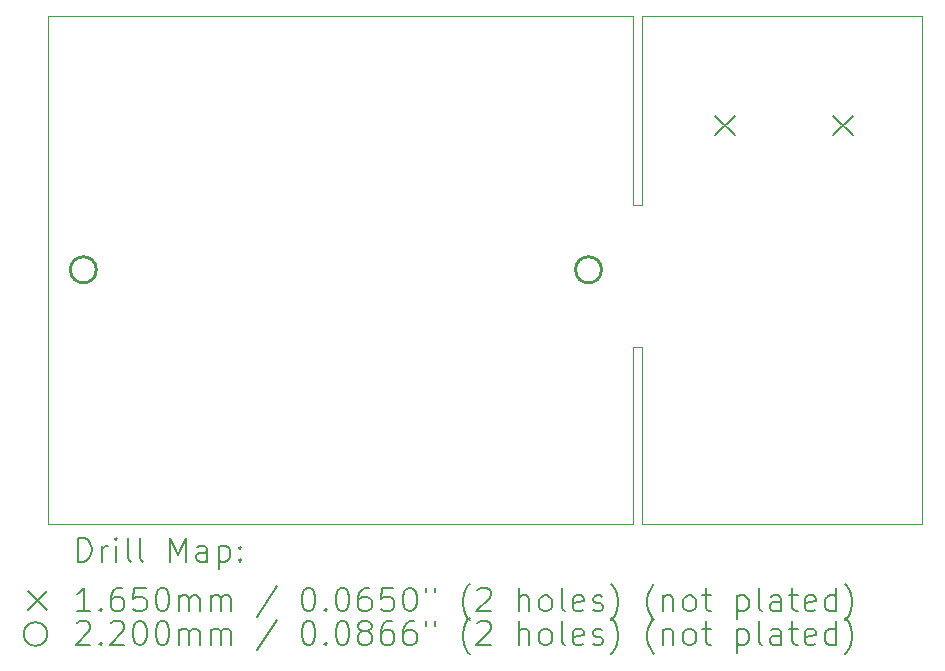
<source format=gbr>
%TF.GenerationSoftware,KiCad,Pcbnew,7.0.8-7.0.8~ubuntu22.04.1*%
%TF.CreationDate,2023-10-25T08:52:26+02:00*%
%TF.ProjectId,extension-cable,65787465-6e73-4696-9f6e-2d6361626c65,rev?*%
%TF.SameCoordinates,Original*%
%TF.FileFunction,Drillmap*%
%TF.FilePolarity,Positive*%
%FSLAX45Y45*%
G04 Gerber Fmt 4.5, Leading zero omitted, Abs format (unit mm)*
G04 Created by KiCad (PCBNEW 7.0.8-7.0.8~ubuntu22.04.1) date 2023-10-25 08:52:26*
%MOMM*%
%LPD*%
G01*
G04 APERTURE LIST*
%ADD10C,0.100000*%
%ADD11C,0.200000*%
%ADD12C,0.165000*%
%ADD13C,0.220000*%
G04 APERTURE END LIST*
D10*
X14400000Y-10100000D02*
X12030000Y-10100000D01*
X12030000Y-5800000D02*
X12030000Y-7400000D01*
X11950000Y-10100000D02*
X7000000Y-10100000D01*
X12030000Y-8600000D02*
X12030000Y-10100000D01*
X11950000Y-8600000D02*
X11950000Y-10100000D01*
X14400000Y-10100000D02*
X14400000Y-5800000D01*
X11950000Y-7400000D02*
X12030000Y-7400000D01*
X11950000Y-8600000D02*
X12030000Y-8600000D01*
X11950000Y-5800000D02*
X11950000Y-7400000D01*
X12030000Y-5800000D02*
X14400000Y-5800000D01*
X7000000Y-10100000D02*
X7000000Y-5800000D01*
X7000000Y-5800000D02*
X11950000Y-5800000D01*
D11*
D12*
X12648500Y-6640000D02*
X12813500Y-6805000D01*
X12813500Y-6640000D02*
X12648500Y-6805000D01*
X13648500Y-6640000D02*
X13813500Y-6805000D01*
X13813500Y-6640000D02*
X13648500Y-6805000D01*
D13*
X7410000Y-7946000D02*
G75*
G03*
X7410000Y-7946000I-110000J0D01*
G01*
X11687000Y-7946000D02*
G75*
G03*
X11687000Y-7946000I-110000J0D01*
G01*
D11*
X7255777Y-10416484D02*
X7255777Y-10216484D01*
X7255777Y-10216484D02*
X7303396Y-10216484D01*
X7303396Y-10216484D02*
X7331967Y-10226008D01*
X7331967Y-10226008D02*
X7351015Y-10245055D01*
X7351015Y-10245055D02*
X7360539Y-10264103D01*
X7360539Y-10264103D02*
X7370062Y-10302198D01*
X7370062Y-10302198D02*
X7370062Y-10330770D01*
X7370062Y-10330770D02*
X7360539Y-10368865D01*
X7360539Y-10368865D02*
X7351015Y-10387912D01*
X7351015Y-10387912D02*
X7331967Y-10406960D01*
X7331967Y-10406960D02*
X7303396Y-10416484D01*
X7303396Y-10416484D02*
X7255777Y-10416484D01*
X7455777Y-10416484D02*
X7455777Y-10283150D01*
X7455777Y-10321246D02*
X7465301Y-10302198D01*
X7465301Y-10302198D02*
X7474824Y-10292674D01*
X7474824Y-10292674D02*
X7493872Y-10283150D01*
X7493872Y-10283150D02*
X7512920Y-10283150D01*
X7579586Y-10416484D02*
X7579586Y-10283150D01*
X7579586Y-10216484D02*
X7570062Y-10226008D01*
X7570062Y-10226008D02*
X7579586Y-10235531D01*
X7579586Y-10235531D02*
X7589110Y-10226008D01*
X7589110Y-10226008D02*
X7579586Y-10216484D01*
X7579586Y-10216484D02*
X7579586Y-10235531D01*
X7703396Y-10416484D02*
X7684348Y-10406960D01*
X7684348Y-10406960D02*
X7674824Y-10387912D01*
X7674824Y-10387912D02*
X7674824Y-10216484D01*
X7808158Y-10416484D02*
X7789110Y-10406960D01*
X7789110Y-10406960D02*
X7779586Y-10387912D01*
X7779586Y-10387912D02*
X7779586Y-10216484D01*
X8036729Y-10416484D02*
X8036729Y-10216484D01*
X8036729Y-10216484D02*
X8103396Y-10359341D01*
X8103396Y-10359341D02*
X8170062Y-10216484D01*
X8170062Y-10216484D02*
X8170062Y-10416484D01*
X8351015Y-10416484D02*
X8351015Y-10311722D01*
X8351015Y-10311722D02*
X8341491Y-10292674D01*
X8341491Y-10292674D02*
X8322443Y-10283150D01*
X8322443Y-10283150D02*
X8284348Y-10283150D01*
X8284348Y-10283150D02*
X8265301Y-10292674D01*
X8351015Y-10406960D02*
X8331967Y-10416484D01*
X8331967Y-10416484D02*
X8284348Y-10416484D01*
X8284348Y-10416484D02*
X8265301Y-10406960D01*
X8265301Y-10406960D02*
X8255777Y-10387912D01*
X8255777Y-10387912D02*
X8255777Y-10368865D01*
X8255777Y-10368865D02*
X8265301Y-10349817D01*
X8265301Y-10349817D02*
X8284348Y-10340293D01*
X8284348Y-10340293D02*
X8331967Y-10340293D01*
X8331967Y-10340293D02*
X8351015Y-10330770D01*
X8446253Y-10283150D02*
X8446253Y-10483150D01*
X8446253Y-10292674D02*
X8465301Y-10283150D01*
X8465301Y-10283150D02*
X8503396Y-10283150D01*
X8503396Y-10283150D02*
X8522444Y-10292674D01*
X8522444Y-10292674D02*
X8531967Y-10302198D01*
X8531967Y-10302198D02*
X8541491Y-10321246D01*
X8541491Y-10321246D02*
X8541491Y-10378389D01*
X8541491Y-10378389D02*
X8531967Y-10397436D01*
X8531967Y-10397436D02*
X8522444Y-10406960D01*
X8522444Y-10406960D02*
X8503396Y-10416484D01*
X8503396Y-10416484D02*
X8465301Y-10416484D01*
X8465301Y-10416484D02*
X8446253Y-10406960D01*
X8627205Y-10397436D02*
X8636729Y-10406960D01*
X8636729Y-10406960D02*
X8627205Y-10416484D01*
X8627205Y-10416484D02*
X8617682Y-10406960D01*
X8617682Y-10406960D02*
X8627205Y-10397436D01*
X8627205Y-10397436D02*
X8627205Y-10416484D01*
X8627205Y-10292674D02*
X8636729Y-10302198D01*
X8636729Y-10302198D02*
X8627205Y-10311722D01*
X8627205Y-10311722D02*
X8617682Y-10302198D01*
X8617682Y-10302198D02*
X8627205Y-10292674D01*
X8627205Y-10292674D02*
X8627205Y-10311722D01*
D12*
X6830000Y-10662500D02*
X6995000Y-10827500D01*
X6995000Y-10662500D02*
X6830000Y-10827500D01*
D11*
X7360539Y-10836484D02*
X7246253Y-10836484D01*
X7303396Y-10836484D02*
X7303396Y-10636484D01*
X7303396Y-10636484D02*
X7284348Y-10665055D01*
X7284348Y-10665055D02*
X7265301Y-10684103D01*
X7265301Y-10684103D02*
X7246253Y-10693627D01*
X7446253Y-10817436D02*
X7455777Y-10826960D01*
X7455777Y-10826960D02*
X7446253Y-10836484D01*
X7446253Y-10836484D02*
X7436729Y-10826960D01*
X7436729Y-10826960D02*
X7446253Y-10817436D01*
X7446253Y-10817436D02*
X7446253Y-10836484D01*
X7627205Y-10636484D02*
X7589110Y-10636484D01*
X7589110Y-10636484D02*
X7570062Y-10646008D01*
X7570062Y-10646008D02*
X7560539Y-10655531D01*
X7560539Y-10655531D02*
X7541491Y-10684103D01*
X7541491Y-10684103D02*
X7531967Y-10722198D01*
X7531967Y-10722198D02*
X7531967Y-10798389D01*
X7531967Y-10798389D02*
X7541491Y-10817436D01*
X7541491Y-10817436D02*
X7551015Y-10826960D01*
X7551015Y-10826960D02*
X7570062Y-10836484D01*
X7570062Y-10836484D02*
X7608158Y-10836484D01*
X7608158Y-10836484D02*
X7627205Y-10826960D01*
X7627205Y-10826960D02*
X7636729Y-10817436D01*
X7636729Y-10817436D02*
X7646253Y-10798389D01*
X7646253Y-10798389D02*
X7646253Y-10750770D01*
X7646253Y-10750770D02*
X7636729Y-10731722D01*
X7636729Y-10731722D02*
X7627205Y-10722198D01*
X7627205Y-10722198D02*
X7608158Y-10712674D01*
X7608158Y-10712674D02*
X7570062Y-10712674D01*
X7570062Y-10712674D02*
X7551015Y-10722198D01*
X7551015Y-10722198D02*
X7541491Y-10731722D01*
X7541491Y-10731722D02*
X7531967Y-10750770D01*
X7827205Y-10636484D02*
X7731967Y-10636484D01*
X7731967Y-10636484D02*
X7722443Y-10731722D01*
X7722443Y-10731722D02*
X7731967Y-10722198D01*
X7731967Y-10722198D02*
X7751015Y-10712674D01*
X7751015Y-10712674D02*
X7798634Y-10712674D01*
X7798634Y-10712674D02*
X7817682Y-10722198D01*
X7817682Y-10722198D02*
X7827205Y-10731722D01*
X7827205Y-10731722D02*
X7836729Y-10750770D01*
X7836729Y-10750770D02*
X7836729Y-10798389D01*
X7836729Y-10798389D02*
X7827205Y-10817436D01*
X7827205Y-10817436D02*
X7817682Y-10826960D01*
X7817682Y-10826960D02*
X7798634Y-10836484D01*
X7798634Y-10836484D02*
X7751015Y-10836484D01*
X7751015Y-10836484D02*
X7731967Y-10826960D01*
X7731967Y-10826960D02*
X7722443Y-10817436D01*
X7960539Y-10636484D02*
X7979586Y-10636484D01*
X7979586Y-10636484D02*
X7998634Y-10646008D01*
X7998634Y-10646008D02*
X8008158Y-10655531D01*
X8008158Y-10655531D02*
X8017682Y-10674579D01*
X8017682Y-10674579D02*
X8027205Y-10712674D01*
X8027205Y-10712674D02*
X8027205Y-10760293D01*
X8027205Y-10760293D02*
X8017682Y-10798389D01*
X8017682Y-10798389D02*
X8008158Y-10817436D01*
X8008158Y-10817436D02*
X7998634Y-10826960D01*
X7998634Y-10826960D02*
X7979586Y-10836484D01*
X7979586Y-10836484D02*
X7960539Y-10836484D01*
X7960539Y-10836484D02*
X7941491Y-10826960D01*
X7941491Y-10826960D02*
X7931967Y-10817436D01*
X7931967Y-10817436D02*
X7922443Y-10798389D01*
X7922443Y-10798389D02*
X7912920Y-10760293D01*
X7912920Y-10760293D02*
X7912920Y-10712674D01*
X7912920Y-10712674D02*
X7922443Y-10674579D01*
X7922443Y-10674579D02*
X7931967Y-10655531D01*
X7931967Y-10655531D02*
X7941491Y-10646008D01*
X7941491Y-10646008D02*
X7960539Y-10636484D01*
X8112920Y-10836484D02*
X8112920Y-10703150D01*
X8112920Y-10722198D02*
X8122443Y-10712674D01*
X8122443Y-10712674D02*
X8141491Y-10703150D01*
X8141491Y-10703150D02*
X8170063Y-10703150D01*
X8170063Y-10703150D02*
X8189110Y-10712674D01*
X8189110Y-10712674D02*
X8198634Y-10731722D01*
X8198634Y-10731722D02*
X8198634Y-10836484D01*
X8198634Y-10731722D02*
X8208158Y-10712674D01*
X8208158Y-10712674D02*
X8227205Y-10703150D01*
X8227205Y-10703150D02*
X8255777Y-10703150D01*
X8255777Y-10703150D02*
X8274824Y-10712674D01*
X8274824Y-10712674D02*
X8284348Y-10731722D01*
X8284348Y-10731722D02*
X8284348Y-10836484D01*
X8379586Y-10836484D02*
X8379586Y-10703150D01*
X8379586Y-10722198D02*
X8389110Y-10712674D01*
X8389110Y-10712674D02*
X8408158Y-10703150D01*
X8408158Y-10703150D02*
X8436729Y-10703150D01*
X8436729Y-10703150D02*
X8455777Y-10712674D01*
X8455777Y-10712674D02*
X8465301Y-10731722D01*
X8465301Y-10731722D02*
X8465301Y-10836484D01*
X8465301Y-10731722D02*
X8474825Y-10712674D01*
X8474825Y-10712674D02*
X8493872Y-10703150D01*
X8493872Y-10703150D02*
X8522444Y-10703150D01*
X8522444Y-10703150D02*
X8541491Y-10712674D01*
X8541491Y-10712674D02*
X8551015Y-10731722D01*
X8551015Y-10731722D02*
X8551015Y-10836484D01*
X8941491Y-10626960D02*
X8770063Y-10884103D01*
X9198634Y-10636484D02*
X9217682Y-10636484D01*
X9217682Y-10636484D02*
X9236729Y-10646008D01*
X9236729Y-10646008D02*
X9246253Y-10655531D01*
X9246253Y-10655531D02*
X9255777Y-10674579D01*
X9255777Y-10674579D02*
X9265301Y-10712674D01*
X9265301Y-10712674D02*
X9265301Y-10760293D01*
X9265301Y-10760293D02*
X9255777Y-10798389D01*
X9255777Y-10798389D02*
X9246253Y-10817436D01*
X9246253Y-10817436D02*
X9236729Y-10826960D01*
X9236729Y-10826960D02*
X9217682Y-10836484D01*
X9217682Y-10836484D02*
X9198634Y-10836484D01*
X9198634Y-10836484D02*
X9179587Y-10826960D01*
X9179587Y-10826960D02*
X9170063Y-10817436D01*
X9170063Y-10817436D02*
X9160539Y-10798389D01*
X9160539Y-10798389D02*
X9151015Y-10760293D01*
X9151015Y-10760293D02*
X9151015Y-10712674D01*
X9151015Y-10712674D02*
X9160539Y-10674579D01*
X9160539Y-10674579D02*
X9170063Y-10655531D01*
X9170063Y-10655531D02*
X9179587Y-10646008D01*
X9179587Y-10646008D02*
X9198634Y-10636484D01*
X9351015Y-10817436D02*
X9360539Y-10826960D01*
X9360539Y-10826960D02*
X9351015Y-10836484D01*
X9351015Y-10836484D02*
X9341491Y-10826960D01*
X9341491Y-10826960D02*
X9351015Y-10817436D01*
X9351015Y-10817436D02*
X9351015Y-10836484D01*
X9484348Y-10636484D02*
X9503396Y-10636484D01*
X9503396Y-10636484D02*
X9522444Y-10646008D01*
X9522444Y-10646008D02*
X9531968Y-10655531D01*
X9531968Y-10655531D02*
X9541491Y-10674579D01*
X9541491Y-10674579D02*
X9551015Y-10712674D01*
X9551015Y-10712674D02*
X9551015Y-10760293D01*
X9551015Y-10760293D02*
X9541491Y-10798389D01*
X9541491Y-10798389D02*
X9531968Y-10817436D01*
X9531968Y-10817436D02*
X9522444Y-10826960D01*
X9522444Y-10826960D02*
X9503396Y-10836484D01*
X9503396Y-10836484D02*
X9484348Y-10836484D01*
X9484348Y-10836484D02*
X9465301Y-10826960D01*
X9465301Y-10826960D02*
X9455777Y-10817436D01*
X9455777Y-10817436D02*
X9446253Y-10798389D01*
X9446253Y-10798389D02*
X9436729Y-10760293D01*
X9436729Y-10760293D02*
X9436729Y-10712674D01*
X9436729Y-10712674D02*
X9446253Y-10674579D01*
X9446253Y-10674579D02*
X9455777Y-10655531D01*
X9455777Y-10655531D02*
X9465301Y-10646008D01*
X9465301Y-10646008D02*
X9484348Y-10636484D01*
X9722444Y-10636484D02*
X9684348Y-10636484D01*
X9684348Y-10636484D02*
X9665301Y-10646008D01*
X9665301Y-10646008D02*
X9655777Y-10655531D01*
X9655777Y-10655531D02*
X9636729Y-10684103D01*
X9636729Y-10684103D02*
X9627206Y-10722198D01*
X9627206Y-10722198D02*
X9627206Y-10798389D01*
X9627206Y-10798389D02*
X9636729Y-10817436D01*
X9636729Y-10817436D02*
X9646253Y-10826960D01*
X9646253Y-10826960D02*
X9665301Y-10836484D01*
X9665301Y-10836484D02*
X9703396Y-10836484D01*
X9703396Y-10836484D02*
X9722444Y-10826960D01*
X9722444Y-10826960D02*
X9731968Y-10817436D01*
X9731968Y-10817436D02*
X9741491Y-10798389D01*
X9741491Y-10798389D02*
X9741491Y-10750770D01*
X9741491Y-10750770D02*
X9731968Y-10731722D01*
X9731968Y-10731722D02*
X9722444Y-10722198D01*
X9722444Y-10722198D02*
X9703396Y-10712674D01*
X9703396Y-10712674D02*
X9665301Y-10712674D01*
X9665301Y-10712674D02*
X9646253Y-10722198D01*
X9646253Y-10722198D02*
X9636729Y-10731722D01*
X9636729Y-10731722D02*
X9627206Y-10750770D01*
X9922444Y-10636484D02*
X9827206Y-10636484D01*
X9827206Y-10636484D02*
X9817682Y-10731722D01*
X9817682Y-10731722D02*
X9827206Y-10722198D01*
X9827206Y-10722198D02*
X9846253Y-10712674D01*
X9846253Y-10712674D02*
X9893872Y-10712674D01*
X9893872Y-10712674D02*
X9912920Y-10722198D01*
X9912920Y-10722198D02*
X9922444Y-10731722D01*
X9922444Y-10731722D02*
X9931968Y-10750770D01*
X9931968Y-10750770D02*
X9931968Y-10798389D01*
X9931968Y-10798389D02*
X9922444Y-10817436D01*
X9922444Y-10817436D02*
X9912920Y-10826960D01*
X9912920Y-10826960D02*
X9893872Y-10836484D01*
X9893872Y-10836484D02*
X9846253Y-10836484D01*
X9846253Y-10836484D02*
X9827206Y-10826960D01*
X9827206Y-10826960D02*
X9817682Y-10817436D01*
X10055777Y-10636484D02*
X10074825Y-10636484D01*
X10074825Y-10636484D02*
X10093872Y-10646008D01*
X10093872Y-10646008D02*
X10103396Y-10655531D01*
X10103396Y-10655531D02*
X10112920Y-10674579D01*
X10112920Y-10674579D02*
X10122444Y-10712674D01*
X10122444Y-10712674D02*
X10122444Y-10760293D01*
X10122444Y-10760293D02*
X10112920Y-10798389D01*
X10112920Y-10798389D02*
X10103396Y-10817436D01*
X10103396Y-10817436D02*
X10093872Y-10826960D01*
X10093872Y-10826960D02*
X10074825Y-10836484D01*
X10074825Y-10836484D02*
X10055777Y-10836484D01*
X10055777Y-10836484D02*
X10036729Y-10826960D01*
X10036729Y-10826960D02*
X10027206Y-10817436D01*
X10027206Y-10817436D02*
X10017682Y-10798389D01*
X10017682Y-10798389D02*
X10008158Y-10760293D01*
X10008158Y-10760293D02*
X10008158Y-10712674D01*
X10008158Y-10712674D02*
X10017682Y-10674579D01*
X10017682Y-10674579D02*
X10027206Y-10655531D01*
X10027206Y-10655531D02*
X10036729Y-10646008D01*
X10036729Y-10646008D02*
X10055777Y-10636484D01*
X10198634Y-10636484D02*
X10198634Y-10674579D01*
X10274825Y-10636484D02*
X10274825Y-10674579D01*
X10570063Y-10912674D02*
X10560539Y-10903150D01*
X10560539Y-10903150D02*
X10541491Y-10874579D01*
X10541491Y-10874579D02*
X10531968Y-10855531D01*
X10531968Y-10855531D02*
X10522444Y-10826960D01*
X10522444Y-10826960D02*
X10512920Y-10779341D01*
X10512920Y-10779341D02*
X10512920Y-10741246D01*
X10512920Y-10741246D02*
X10522444Y-10693627D01*
X10522444Y-10693627D02*
X10531968Y-10665055D01*
X10531968Y-10665055D02*
X10541491Y-10646008D01*
X10541491Y-10646008D02*
X10560539Y-10617436D01*
X10560539Y-10617436D02*
X10570063Y-10607912D01*
X10636730Y-10655531D02*
X10646253Y-10646008D01*
X10646253Y-10646008D02*
X10665301Y-10636484D01*
X10665301Y-10636484D02*
X10712920Y-10636484D01*
X10712920Y-10636484D02*
X10731968Y-10646008D01*
X10731968Y-10646008D02*
X10741491Y-10655531D01*
X10741491Y-10655531D02*
X10751015Y-10674579D01*
X10751015Y-10674579D02*
X10751015Y-10693627D01*
X10751015Y-10693627D02*
X10741491Y-10722198D01*
X10741491Y-10722198D02*
X10627206Y-10836484D01*
X10627206Y-10836484D02*
X10751015Y-10836484D01*
X10989111Y-10836484D02*
X10989111Y-10636484D01*
X11074825Y-10836484D02*
X11074825Y-10731722D01*
X11074825Y-10731722D02*
X11065301Y-10712674D01*
X11065301Y-10712674D02*
X11046253Y-10703150D01*
X11046253Y-10703150D02*
X11017682Y-10703150D01*
X11017682Y-10703150D02*
X10998634Y-10712674D01*
X10998634Y-10712674D02*
X10989111Y-10722198D01*
X11198634Y-10836484D02*
X11179587Y-10826960D01*
X11179587Y-10826960D02*
X11170063Y-10817436D01*
X11170063Y-10817436D02*
X11160539Y-10798389D01*
X11160539Y-10798389D02*
X11160539Y-10741246D01*
X11160539Y-10741246D02*
X11170063Y-10722198D01*
X11170063Y-10722198D02*
X11179587Y-10712674D01*
X11179587Y-10712674D02*
X11198634Y-10703150D01*
X11198634Y-10703150D02*
X11227206Y-10703150D01*
X11227206Y-10703150D02*
X11246253Y-10712674D01*
X11246253Y-10712674D02*
X11255777Y-10722198D01*
X11255777Y-10722198D02*
X11265301Y-10741246D01*
X11265301Y-10741246D02*
X11265301Y-10798389D01*
X11265301Y-10798389D02*
X11255777Y-10817436D01*
X11255777Y-10817436D02*
X11246253Y-10826960D01*
X11246253Y-10826960D02*
X11227206Y-10836484D01*
X11227206Y-10836484D02*
X11198634Y-10836484D01*
X11379587Y-10836484D02*
X11360539Y-10826960D01*
X11360539Y-10826960D02*
X11351015Y-10807912D01*
X11351015Y-10807912D02*
X11351015Y-10636484D01*
X11531968Y-10826960D02*
X11512920Y-10836484D01*
X11512920Y-10836484D02*
X11474825Y-10836484D01*
X11474825Y-10836484D02*
X11455777Y-10826960D01*
X11455777Y-10826960D02*
X11446253Y-10807912D01*
X11446253Y-10807912D02*
X11446253Y-10731722D01*
X11446253Y-10731722D02*
X11455777Y-10712674D01*
X11455777Y-10712674D02*
X11474825Y-10703150D01*
X11474825Y-10703150D02*
X11512920Y-10703150D01*
X11512920Y-10703150D02*
X11531968Y-10712674D01*
X11531968Y-10712674D02*
X11541491Y-10731722D01*
X11541491Y-10731722D02*
X11541491Y-10750770D01*
X11541491Y-10750770D02*
X11446253Y-10769817D01*
X11617682Y-10826960D02*
X11636730Y-10836484D01*
X11636730Y-10836484D02*
X11674825Y-10836484D01*
X11674825Y-10836484D02*
X11693872Y-10826960D01*
X11693872Y-10826960D02*
X11703396Y-10807912D01*
X11703396Y-10807912D02*
X11703396Y-10798389D01*
X11703396Y-10798389D02*
X11693872Y-10779341D01*
X11693872Y-10779341D02*
X11674825Y-10769817D01*
X11674825Y-10769817D02*
X11646253Y-10769817D01*
X11646253Y-10769817D02*
X11627206Y-10760293D01*
X11627206Y-10760293D02*
X11617682Y-10741246D01*
X11617682Y-10741246D02*
X11617682Y-10731722D01*
X11617682Y-10731722D02*
X11627206Y-10712674D01*
X11627206Y-10712674D02*
X11646253Y-10703150D01*
X11646253Y-10703150D02*
X11674825Y-10703150D01*
X11674825Y-10703150D02*
X11693872Y-10712674D01*
X11770063Y-10912674D02*
X11779587Y-10903150D01*
X11779587Y-10903150D02*
X11798634Y-10874579D01*
X11798634Y-10874579D02*
X11808158Y-10855531D01*
X11808158Y-10855531D02*
X11817682Y-10826960D01*
X11817682Y-10826960D02*
X11827206Y-10779341D01*
X11827206Y-10779341D02*
X11827206Y-10741246D01*
X11827206Y-10741246D02*
X11817682Y-10693627D01*
X11817682Y-10693627D02*
X11808158Y-10665055D01*
X11808158Y-10665055D02*
X11798634Y-10646008D01*
X11798634Y-10646008D02*
X11779587Y-10617436D01*
X11779587Y-10617436D02*
X11770063Y-10607912D01*
X12131968Y-10912674D02*
X12122444Y-10903150D01*
X12122444Y-10903150D02*
X12103396Y-10874579D01*
X12103396Y-10874579D02*
X12093872Y-10855531D01*
X12093872Y-10855531D02*
X12084349Y-10826960D01*
X12084349Y-10826960D02*
X12074825Y-10779341D01*
X12074825Y-10779341D02*
X12074825Y-10741246D01*
X12074825Y-10741246D02*
X12084349Y-10693627D01*
X12084349Y-10693627D02*
X12093872Y-10665055D01*
X12093872Y-10665055D02*
X12103396Y-10646008D01*
X12103396Y-10646008D02*
X12122444Y-10617436D01*
X12122444Y-10617436D02*
X12131968Y-10607912D01*
X12208158Y-10703150D02*
X12208158Y-10836484D01*
X12208158Y-10722198D02*
X12217682Y-10712674D01*
X12217682Y-10712674D02*
X12236730Y-10703150D01*
X12236730Y-10703150D02*
X12265301Y-10703150D01*
X12265301Y-10703150D02*
X12284349Y-10712674D01*
X12284349Y-10712674D02*
X12293872Y-10731722D01*
X12293872Y-10731722D02*
X12293872Y-10836484D01*
X12417682Y-10836484D02*
X12398634Y-10826960D01*
X12398634Y-10826960D02*
X12389111Y-10817436D01*
X12389111Y-10817436D02*
X12379587Y-10798389D01*
X12379587Y-10798389D02*
X12379587Y-10741246D01*
X12379587Y-10741246D02*
X12389111Y-10722198D01*
X12389111Y-10722198D02*
X12398634Y-10712674D01*
X12398634Y-10712674D02*
X12417682Y-10703150D01*
X12417682Y-10703150D02*
X12446253Y-10703150D01*
X12446253Y-10703150D02*
X12465301Y-10712674D01*
X12465301Y-10712674D02*
X12474825Y-10722198D01*
X12474825Y-10722198D02*
X12484349Y-10741246D01*
X12484349Y-10741246D02*
X12484349Y-10798389D01*
X12484349Y-10798389D02*
X12474825Y-10817436D01*
X12474825Y-10817436D02*
X12465301Y-10826960D01*
X12465301Y-10826960D02*
X12446253Y-10836484D01*
X12446253Y-10836484D02*
X12417682Y-10836484D01*
X12541492Y-10703150D02*
X12617682Y-10703150D01*
X12570063Y-10636484D02*
X12570063Y-10807912D01*
X12570063Y-10807912D02*
X12579587Y-10826960D01*
X12579587Y-10826960D02*
X12598634Y-10836484D01*
X12598634Y-10836484D02*
X12617682Y-10836484D01*
X12836730Y-10703150D02*
X12836730Y-10903150D01*
X12836730Y-10712674D02*
X12855777Y-10703150D01*
X12855777Y-10703150D02*
X12893873Y-10703150D01*
X12893873Y-10703150D02*
X12912920Y-10712674D01*
X12912920Y-10712674D02*
X12922444Y-10722198D01*
X12922444Y-10722198D02*
X12931968Y-10741246D01*
X12931968Y-10741246D02*
X12931968Y-10798389D01*
X12931968Y-10798389D02*
X12922444Y-10817436D01*
X12922444Y-10817436D02*
X12912920Y-10826960D01*
X12912920Y-10826960D02*
X12893873Y-10836484D01*
X12893873Y-10836484D02*
X12855777Y-10836484D01*
X12855777Y-10836484D02*
X12836730Y-10826960D01*
X13046253Y-10836484D02*
X13027206Y-10826960D01*
X13027206Y-10826960D02*
X13017682Y-10807912D01*
X13017682Y-10807912D02*
X13017682Y-10636484D01*
X13208158Y-10836484D02*
X13208158Y-10731722D01*
X13208158Y-10731722D02*
X13198634Y-10712674D01*
X13198634Y-10712674D02*
X13179587Y-10703150D01*
X13179587Y-10703150D02*
X13141492Y-10703150D01*
X13141492Y-10703150D02*
X13122444Y-10712674D01*
X13208158Y-10826960D02*
X13189111Y-10836484D01*
X13189111Y-10836484D02*
X13141492Y-10836484D01*
X13141492Y-10836484D02*
X13122444Y-10826960D01*
X13122444Y-10826960D02*
X13112920Y-10807912D01*
X13112920Y-10807912D02*
X13112920Y-10788865D01*
X13112920Y-10788865D02*
X13122444Y-10769817D01*
X13122444Y-10769817D02*
X13141492Y-10760293D01*
X13141492Y-10760293D02*
X13189111Y-10760293D01*
X13189111Y-10760293D02*
X13208158Y-10750770D01*
X13274825Y-10703150D02*
X13351015Y-10703150D01*
X13303396Y-10636484D02*
X13303396Y-10807912D01*
X13303396Y-10807912D02*
X13312920Y-10826960D01*
X13312920Y-10826960D02*
X13331968Y-10836484D01*
X13331968Y-10836484D02*
X13351015Y-10836484D01*
X13493873Y-10826960D02*
X13474825Y-10836484D01*
X13474825Y-10836484D02*
X13436730Y-10836484D01*
X13436730Y-10836484D02*
X13417682Y-10826960D01*
X13417682Y-10826960D02*
X13408158Y-10807912D01*
X13408158Y-10807912D02*
X13408158Y-10731722D01*
X13408158Y-10731722D02*
X13417682Y-10712674D01*
X13417682Y-10712674D02*
X13436730Y-10703150D01*
X13436730Y-10703150D02*
X13474825Y-10703150D01*
X13474825Y-10703150D02*
X13493873Y-10712674D01*
X13493873Y-10712674D02*
X13503396Y-10731722D01*
X13503396Y-10731722D02*
X13503396Y-10750770D01*
X13503396Y-10750770D02*
X13408158Y-10769817D01*
X13674825Y-10836484D02*
X13674825Y-10636484D01*
X13674825Y-10826960D02*
X13655777Y-10836484D01*
X13655777Y-10836484D02*
X13617682Y-10836484D01*
X13617682Y-10836484D02*
X13598634Y-10826960D01*
X13598634Y-10826960D02*
X13589111Y-10817436D01*
X13589111Y-10817436D02*
X13579587Y-10798389D01*
X13579587Y-10798389D02*
X13579587Y-10741246D01*
X13579587Y-10741246D02*
X13589111Y-10722198D01*
X13589111Y-10722198D02*
X13598634Y-10712674D01*
X13598634Y-10712674D02*
X13617682Y-10703150D01*
X13617682Y-10703150D02*
X13655777Y-10703150D01*
X13655777Y-10703150D02*
X13674825Y-10712674D01*
X13751015Y-10912674D02*
X13760539Y-10903150D01*
X13760539Y-10903150D02*
X13779587Y-10874579D01*
X13779587Y-10874579D02*
X13789111Y-10855531D01*
X13789111Y-10855531D02*
X13798634Y-10826960D01*
X13798634Y-10826960D02*
X13808158Y-10779341D01*
X13808158Y-10779341D02*
X13808158Y-10741246D01*
X13808158Y-10741246D02*
X13798634Y-10693627D01*
X13798634Y-10693627D02*
X13789111Y-10665055D01*
X13789111Y-10665055D02*
X13779587Y-10646008D01*
X13779587Y-10646008D02*
X13760539Y-10617436D01*
X13760539Y-10617436D02*
X13751015Y-10607912D01*
X6995000Y-11030000D02*
G75*
G03*
X6995000Y-11030000I-100000J0D01*
G01*
X7246253Y-10940531D02*
X7255777Y-10931008D01*
X7255777Y-10931008D02*
X7274824Y-10921484D01*
X7274824Y-10921484D02*
X7322443Y-10921484D01*
X7322443Y-10921484D02*
X7341491Y-10931008D01*
X7341491Y-10931008D02*
X7351015Y-10940531D01*
X7351015Y-10940531D02*
X7360539Y-10959579D01*
X7360539Y-10959579D02*
X7360539Y-10978627D01*
X7360539Y-10978627D02*
X7351015Y-11007198D01*
X7351015Y-11007198D02*
X7236729Y-11121484D01*
X7236729Y-11121484D02*
X7360539Y-11121484D01*
X7446253Y-11102436D02*
X7455777Y-11111960D01*
X7455777Y-11111960D02*
X7446253Y-11121484D01*
X7446253Y-11121484D02*
X7436729Y-11111960D01*
X7436729Y-11111960D02*
X7446253Y-11102436D01*
X7446253Y-11102436D02*
X7446253Y-11121484D01*
X7531967Y-10940531D02*
X7541491Y-10931008D01*
X7541491Y-10931008D02*
X7560539Y-10921484D01*
X7560539Y-10921484D02*
X7608158Y-10921484D01*
X7608158Y-10921484D02*
X7627205Y-10931008D01*
X7627205Y-10931008D02*
X7636729Y-10940531D01*
X7636729Y-10940531D02*
X7646253Y-10959579D01*
X7646253Y-10959579D02*
X7646253Y-10978627D01*
X7646253Y-10978627D02*
X7636729Y-11007198D01*
X7636729Y-11007198D02*
X7522443Y-11121484D01*
X7522443Y-11121484D02*
X7646253Y-11121484D01*
X7770062Y-10921484D02*
X7789110Y-10921484D01*
X7789110Y-10921484D02*
X7808158Y-10931008D01*
X7808158Y-10931008D02*
X7817682Y-10940531D01*
X7817682Y-10940531D02*
X7827205Y-10959579D01*
X7827205Y-10959579D02*
X7836729Y-10997674D01*
X7836729Y-10997674D02*
X7836729Y-11045293D01*
X7836729Y-11045293D02*
X7827205Y-11083389D01*
X7827205Y-11083389D02*
X7817682Y-11102436D01*
X7817682Y-11102436D02*
X7808158Y-11111960D01*
X7808158Y-11111960D02*
X7789110Y-11121484D01*
X7789110Y-11121484D02*
X7770062Y-11121484D01*
X7770062Y-11121484D02*
X7751015Y-11111960D01*
X7751015Y-11111960D02*
X7741491Y-11102436D01*
X7741491Y-11102436D02*
X7731967Y-11083389D01*
X7731967Y-11083389D02*
X7722443Y-11045293D01*
X7722443Y-11045293D02*
X7722443Y-10997674D01*
X7722443Y-10997674D02*
X7731967Y-10959579D01*
X7731967Y-10959579D02*
X7741491Y-10940531D01*
X7741491Y-10940531D02*
X7751015Y-10931008D01*
X7751015Y-10931008D02*
X7770062Y-10921484D01*
X7960539Y-10921484D02*
X7979586Y-10921484D01*
X7979586Y-10921484D02*
X7998634Y-10931008D01*
X7998634Y-10931008D02*
X8008158Y-10940531D01*
X8008158Y-10940531D02*
X8017682Y-10959579D01*
X8017682Y-10959579D02*
X8027205Y-10997674D01*
X8027205Y-10997674D02*
X8027205Y-11045293D01*
X8027205Y-11045293D02*
X8017682Y-11083389D01*
X8017682Y-11083389D02*
X8008158Y-11102436D01*
X8008158Y-11102436D02*
X7998634Y-11111960D01*
X7998634Y-11111960D02*
X7979586Y-11121484D01*
X7979586Y-11121484D02*
X7960539Y-11121484D01*
X7960539Y-11121484D02*
X7941491Y-11111960D01*
X7941491Y-11111960D02*
X7931967Y-11102436D01*
X7931967Y-11102436D02*
X7922443Y-11083389D01*
X7922443Y-11083389D02*
X7912920Y-11045293D01*
X7912920Y-11045293D02*
X7912920Y-10997674D01*
X7912920Y-10997674D02*
X7922443Y-10959579D01*
X7922443Y-10959579D02*
X7931967Y-10940531D01*
X7931967Y-10940531D02*
X7941491Y-10931008D01*
X7941491Y-10931008D02*
X7960539Y-10921484D01*
X8112920Y-11121484D02*
X8112920Y-10988150D01*
X8112920Y-11007198D02*
X8122443Y-10997674D01*
X8122443Y-10997674D02*
X8141491Y-10988150D01*
X8141491Y-10988150D02*
X8170063Y-10988150D01*
X8170063Y-10988150D02*
X8189110Y-10997674D01*
X8189110Y-10997674D02*
X8198634Y-11016722D01*
X8198634Y-11016722D02*
X8198634Y-11121484D01*
X8198634Y-11016722D02*
X8208158Y-10997674D01*
X8208158Y-10997674D02*
X8227205Y-10988150D01*
X8227205Y-10988150D02*
X8255777Y-10988150D01*
X8255777Y-10988150D02*
X8274824Y-10997674D01*
X8274824Y-10997674D02*
X8284348Y-11016722D01*
X8284348Y-11016722D02*
X8284348Y-11121484D01*
X8379586Y-11121484D02*
X8379586Y-10988150D01*
X8379586Y-11007198D02*
X8389110Y-10997674D01*
X8389110Y-10997674D02*
X8408158Y-10988150D01*
X8408158Y-10988150D02*
X8436729Y-10988150D01*
X8436729Y-10988150D02*
X8455777Y-10997674D01*
X8455777Y-10997674D02*
X8465301Y-11016722D01*
X8465301Y-11016722D02*
X8465301Y-11121484D01*
X8465301Y-11016722D02*
X8474825Y-10997674D01*
X8474825Y-10997674D02*
X8493872Y-10988150D01*
X8493872Y-10988150D02*
X8522444Y-10988150D01*
X8522444Y-10988150D02*
X8541491Y-10997674D01*
X8541491Y-10997674D02*
X8551015Y-11016722D01*
X8551015Y-11016722D02*
X8551015Y-11121484D01*
X8941491Y-10911960D02*
X8770063Y-11169103D01*
X9198634Y-10921484D02*
X9217682Y-10921484D01*
X9217682Y-10921484D02*
X9236729Y-10931008D01*
X9236729Y-10931008D02*
X9246253Y-10940531D01*
X9246253Y-10940531D02*
X9255777Y-10959579D01*
X9255777Y-10959579D02*
X9265301Y-10997674D01*
X9265301Y-10997674D02*
X9265301Y-11045293D01*
X9265301Y-11045293D02*
X9255777Y-11083389D01*
X9255777Y-11083389D02*
X9246253Y-11102436D01*
X9246253Y-11102436D02*
X9236729Y-11111960D01*
X9236729Y-11111960D02*
X9217682Y-11121484D01*
X9217682Y-11121484D02*
X9198634Y-11121484D01*
X9198634Y-11121484D02*
X9179587Y-11111960D01*
X9179587Y-11111960D02*
X9170063Y-11102436D01*
X9170063Y-11102436D02*
X9160539Y-11083389D01*
X9160539Y-11083389D02*
X9151015Y-11045293D01*
X9151015Y-11045293D02*
X9151015Y-10997674D01*
X9151015Y-10997674D02*
X9160539Y-10959579D01*
X9160539Y-10959579D02*
X9170063Y-10940531D01*
X9170063Y-10940531D02*
X9179587Y-10931008D01*
X9179587Y-10931008D02*
X9198634Y-10921484D01*
X9351015Y-11102436D02*
X9360539Y-11111960D01*
X9360539Y-11111960D02*
X9351015Y-11121484D01*
X9351015Y-11121484D02*
X9341491Y-11111960D01*
X9341491Y-11111960D02*
X9351015Y-11102436D01*
X9351015Y-11102436D02*
X9351015Y-11121484D01*
X9484348Y-10921484D02*
X9503396Y-10921484D01*
X9503396Y-10921484D02*
X9522444Y-10931008D01*
X9522444Y-10931008D02*
X9531968Y-10940531D01*
X9531968Y-10940531D02*
X9541491Y-10959579D01*
X9541491Y-10959579D02*
X9551015Y-10997674D01*
X9551015Y-10997674D02*
X9551015Y-11045293D01*
X9551015Y-11045293D02*
X9541491Y-11083389D01*
X9541491Y-11083389D02*
X9531968Y-11102436D01*
X9531968Y-11102436D02*
X9522444Y-11111960D01*
X9522444Y-11111960D02*
X9503396Y-11121484D01*
X9503396Y-11121484D02*
X9484348Y-11121484D01*
X9484348Y-11121484D02*
X9465301Y-11111960D01*
X9465301Y-11111960D02*
X9455777Y-11102436D01*
X9455777Y-11102436D02*
X9446253Y-11083389D01*
X9446253Y-11083389D02*
X9436729Y-11045293D01*
X9436729Y-11045293D02*
X9436729Y-10997674D01*
X9436729Y-10997674D02*
X9446253Y-10959579D01*
X9446253Y-10959579D02*
X9455777Y-10940531D01*
X9455777Y-10940531D02*
X9465301Y-10931008D01*
X9465301Y-10931008D02*
X9484348Y-10921484D01*
X9665301Y-11007198D02*
X9646253Y-10997674D01*
X9646253Y-10997674D02*
X9636729Y-10988150D01*
X9636729Y-10988150D02*
X9627206Y-10969103D01*
X9627206Y-10969103D02*
X9627206Y-10959579D01*
X9627206Y-10959579D02*
X9636729Y-10940531D01*
X9636729Y-10940531D02*
X9646253Y-10931008D01*
X9646253Y-10931008D02*
X9665301Y-10921484D01*
X9665301Y-10921484D02*
X9703396Y-10921484D01*
X9703396Y-10921484D02*
X9722444Y-10931008D01*
X9722444Y-10931008D02*
X9731968Y-10940531D01*
X9731968Y-10940531D02*
X9741491Y-10959579D01*
X9741491Y-10959579D02*
X9741491Y-10969103D01*
X9741491Y-10969103D02*
X9731968Y-10988150D01*
X9731968Y-10988150D02*
X9722444Y-10997674D01*
X9722444Y-10997674D02*
X9703396Y-11007198D01*
X9703396Y-11007198D02*
X9665301Y-11007198D01*
X9665301Y-11007198D02*
X9646253Y-11016722D01*
X9646253Y-11016722D02*
X9636729Y-11026246D01*
X9636729Y-11026246D02*
X9627206Y-11045293D01*
X9627206Y-11045293D02*
X9627206Y-11083389D01*
X9627206Y-11083389D02*
X9636729Y-11102436D01*
X9636729Y-11102436D02*
X9646253Y-11111960D01*
X9646253Y-11111960D02*
X9665301Y-11121484D01*
X9665301Y-11121484D02*
X9703396Y-11121484D01*
X9703396Y-11121484D02*
X9722444Y-11111960D01*
X9722444Y-11111960D02*
X9731968Y-11102436D01*
X9731968Y-11102436D02*
X9741491Y-11083389D01*
X9741491Y-11083389D02*
X9741491Y-11045293D01*
X9741491Y-11045293D02*
X9731968Y-11026246D01*
X9731968Y-11026246D02*
X9722444Y-11016722D01*
X9722444Y-11016722D02*
X9703396Y-11007198D01*
X9912920Y-10921484D02*
X9874825Y-10921484D01*
X9874825Y-10921484D02*
X9855777Y-10931008D01*
X9855777Y-10931008D02*
X9846253Y-10940531D01*
X9846253Y-10940531D02*
X9827206Y-10969103D01*
X9827206Y-10969103D02*
X9817682Y-11007198D01*
X9817682Y-11007198D02*
X9817682Y-11083389D01*
X9817682Y-11083389D02*
X9827206Y-11102436D01*
X9827206Y-11102436D02*
X9836729Y-11111960D01*
X9836729Y-11111960D02*
X9855777Y-11121484D01*
X9855777Y-11121484D02*
X9893872Y-11121484D01*
X9893872Y-11121484D02*
X9912920Y-11111960D01*
X9912920Y-11111960D02*
X9922444Y-11102436D01*
X9922444Y-11102436D02*
X9931968Y-11083389D01*
X9931968Y-11083389D02*
X9931968Y-11035770D01*
X9931968Y-11035770D02*
X9922444Y-11016722D01*
X9922444Y-11016722D02*
X9912920Y-11007198D01*
X9912920Y-11007198D02*
X9893872Y-10997674D01*
X9893872Y-10997674D02*
X9855777Y-10997674D01*
X9855777Y-10997674D02*
X9836729Y-11007198D01*
X9836729Y-11007198D02*
X9827206Y-11016722D01*
X9827206Y-11016722D02*
X9817682Y-11035770D01*
X10103396Y-10921484D02*
X10065301Y-10921484D01*
X10065301Y-10921484D02*
X10046253Y-10931008D01*
X10046253Y-10931008D02*
X10036729Y-10940531D01*
X10036729Y-10940531D02*
X10017682Y-10969103D01*
X10017682Y-10969103D02*
X10008158Y-11007198D01*
X10008158Y-11007198D02*
X10008158Y-11083389D01*
X10008158Y-11083389D02*
X10017682Y-11102436D01*
X10017682Y-11102436D02*
X10027206Y-11111960D01*
X10027206Y-11111960D02*
X10046253Y-11121484D01*
X10046253Y-11121484D02*
X10084349Y-11121484D01*
X10084349Y-11121484D02*
X10103396Y-11111960D01*
X10103396Y-11111960D02*
X10112920Y-11102436D01*
X10112920Y-11102436D02*
X10122444Y-11083389D01*
X10122444Y-11083389D02*
X10122444Y-11035770D01*
X10122444Y-11035770D02*
X10112920Y-11016722D01*
X10112920Y-11016722D02*
X10103396Y-11007198D01*
X10103396Y-11007198D02*
X10084349Y-10997674D01*
X10084349Y-10997674D02*
X10046253Y-10997674D01*
X10046253Y-10997674D02*
X10027206Y-11007198D01*
X10027206Y-11007198D02*
X10017682Y-11016722D01*
X10017682Y-11016722D02*
X10008158Y-11035770D01*
X10198634Y-10921484D02*
X10198634Y-10959579D01*
X10274825Y-10921484D02*
X10274825Y-10959579D01*
X10570063Y-11197674D02*
X10560539Y-11188150D01*
X10560539Y-11188150D02*
X10541491Y-11159579D01*
X10541491Y-11159579D02*
X10531968Y-11140531D01*
X10531968Y-11140531D02*
X10522444Y-11111960D01*
X10522444Y-11111960D02*
X10512920Y-11064341D01*
X10512920Y-11064341D02*
X10512920Y-11026246D01*
X10512920Y-11026246D02*
X10522444Y-10978627D01*
X10522444Y-10978627D02*
X10531968Y-10950055D01*
X10531968Y-10950055D02*
X10541491Y-10931008D01*
X10541491Y-10931008D02*
X10560539Y-10902436D01*
X10560539Y-10902436D02*
X10570063Y-10892912D01*
X10636730Y-10940531D02*
X10646253Y-10931008D01*
X10646253Y-10931008D02*
X10665301Y-10921484D01*
X10665301Y-10921484D02*
X10712920Y-10921484D01*
X10712920Y-10921484D02*
X10731968Y-10931008D01*
X10731968Y-10931008D02*
X10741491Y-10940531D01*
X10741491Y-10940531D02*
X10751015Y-10959579D01*
X10751015Y-10959579D02*
X10751015Y-10978627D01*
X10751015Y-10978627D02*
X10741491Y-11007198D01*
X10741491Y-11007198D02*
X10627206Y-11121484D01*
X10627206Y-11121484D02*
X10751015Y-11121484D01*
X10989111Y-11121484D02*
X10989111Y-10921484D01*
X11074825Y-11121484D02*
X11074825Y-11016722D01*
X11074825Y-11016722D02*
X11065301Y-10997674D01*
X11065301Y-10997674D02*
X11046253Y-10988150D01*
X11046253Y-10988150D02*
X11017682Y-10988150D01*
X11017682Y-10988150D02*
X10998634Y-10997674D01*
X10998634Y-10997674D02*
X10989111Y-11007198D01*
X11198634Y-11121484D02*
X11179587Y-11111960D01*
X11179587Y-11111960D02*
X11170063Y-11102436D01*
X11170063Y-11102436D02*
X11160539Y-11083389D01*
X11160539Y-11083389D02*
X11160539Y-11026246D01*
X11160539Y-11026246D02*
X11170063Y-11007198D01*
X11170063Y-11007198D02*
X11179587Y-10997674D01*
X11179587Y-10997674D02*
X11198634Y-10988150D01*
X11198634Y-10988150D02*
X11227206Y-10988150D01*
X11227206Y-10988150D02*
X11246253Y-10997674D01*
X11246253Y-10997674D02*
X11255777Y-11007198D01*
X11255777Y-11007198D02*
X11265301Y-11026246D01*
X11265301Y-11026246D02*
X11265301Y-11083389D01*
X11265301Y-11083389D02*
X11255777Y-11102436D01*
X11255777Y-11102436D02*
X11246253Y-11111960D01*
X11246253Y-11111960D02*
X11227206Y-11121484D01*
X11227206Y-11121484D02*
X11198634Y-11121484D01*
X11379587Y-11121484D02*
X11360539Y-11111960D01*
X11360539Y-11111960D02*
X11351015Y-11092912D01*
X11351015Y-11092912D02*
X11351015Y-10921484D01*
X11531968Y-11111960D02*
X11512920Y-11121484D01*
X11512920Y-11121484D02*
X11474825Y-11121484D01*
X11474825Y-11121484D02*
X11455777Y-11111960D01*
X11455777Y-11111960D02*
X11446253Y-11092912D01*
X11446253Y-11092912D02*
X11446253Y-11016722D01*
X11446253Y-11016722D02*
X11455777Y-10997674D01*
X11455777Y-10997674D02*
X11474825Y-10988150D01*
X11474825Y-10988150D02*
X11512920Y-10988150D01*
X11512920Y-10988150D02*
X11531968Y-10997674D01*
X11531968Y-10997674D02*
X11541491Y-11016722D01*
X11541491Y-11016722D02*
X11541491Y-11035770D01*
X11541491Y-11035770D02*
X11446253Y-11054817D01*
X11617682Y-11111960D02*
X11636730Y-11121484D01*
X11636730Y-11121484D02*
X11674825Y-11121484D01*
X11674825Y-11121484D02*
X11693872Y-11111960D01*
X11693872Y-11111960D02*
X11703396Y-11092912D01*
X11703396Y-11092912D02*
X11703396Y-11083389D01*
X11703396Y-11083389D02*
X11693872Y-11064341D01*
X11693872Y-11064341D02*
X11674825Y-11054817D01*
X11674825Y-11054817D02*
X11646253Y-11054817D01*
X11646253Y-11054817D02*
X11627206Y-11045293D01*
X11627206Y-11045293D02*
X11617682Y-11026246D01*
X11617682Y-11026246D02*
X11617682Y-11016722D01*
X11617682Y-11016722D02*
X11627206Y-10997674D01*
X11627206Y-10997674D02*
X11646253Y-10988150D01*
X11646253Y-10988150D02*
X11674825Y-10988150D01*
X11674825Y-10988150D02*
X11693872Y-10997674D01*
X11770063Y-11197674D02*
X11779587Y-11188150D01*
X11779587Y-11188150D02*
X11798634Y-11159579D01*
X11798634Y-11159579D02*
X11808158Y-11140531D01*
X11808158Y-11140531D02*
X11817682Y-11111960D01*
X11817682Y-11111960D02*
X11827206Y-11064341D01*
X11827206Y-11064341D02*
X11827206Y-11026246D01*
X11827206Y-11026246D02*
X11817682Y-10978627D01*
X11817682Y-10978627D02*
X11808158Y-10950055D01*
X11808158Y-10950055D02*
X11798634Y-10931008D01*
X11798634Y-10931008D02*
X11779587Y-10902436D01*
X11779587Y-10902436D02*
X11770063Y-10892912D01*
X12131968Y-11197674D02*
X12122444Y-11188150D01*
X12122444Y-11188150D02*
X12103396Y-11159579D01*
X12103396Y-11159579D02*
X12093872Y-11140531D01*
X12093872Y-11140531D02*
X12084349Y-11111960D01*
X12084349Y-11111960D02*
X12074825Y-11064341D01*
X12074825Y-11064341D02*
X12074825Y-11026246D01*
X12074825Y-11026246D02*
X12084349Y-10978627D01*
X12084349Y-10978627D02*
X12093872Y-10950055D01*
X12093872Y-10950055D02*
X12103396Y-10931008D01*
X12103396Y-10931008D02*
X12122444Y-10902436D01*
X12122444Y-10902436D02*
X12131968Y-10892912D01*
X12208158Y-10988150D02*
X12208158Y-11121484D01*
X12208158Y-11007198D02*
X12217682Y-10997674D01*
X12217682Y-10997674D02*
X12236730Y-10988150D01*
X12236730Y-10988150D02*
X12265301Y-10988150D01*
X12265301Y-10988150D02*
X12284349Y-10997674D01*
X12284349Y-10997674D02*
X12293872Y-11016722D01*
X12293872Y-11016722D02*
X12293872Y-11121484D01*
X12417682Y-11121484D02*
X12398634Y-11111960D01*
X12398634Y-11111960D02*
X12389111Y-11102436D01*
X12389111Y-11102436D02*
X12379587Y-11083389D01*
X12379587Y-11083389D02*
X12379587Y-11026246D01*
X12379587Y-11026246D02*
X12389111Y-11007198D01*
X12389111Y-11007198D02*
X12398634Y-10997674D01*
X12398634Y-10997674D02*
X12417682Y-10988150D01*
X12417682Y-10988150D02*
X12446253Y-10988150D01*
X12446253Y-10988150D02*
X12465301Y-10997674D01*
X12465301Y-10997674D02*
X12474825Y-11007198D01*
X12474825Y-11007198D02*
X12484349Y-11026246D01*
X12484349Y-11026246D02*
X12484349Y-11083389D01*
X12484349Y-11083389D02*
X12474825Y-11102436D01*
X12474825Y-11102436D02*
X12465301Y-11111960D01*
X12465301Y-11111960D02*
X12446253Y-11121484D01*
X12446253Y-11121484D02*
X12417682Y-11121484D01*
X12541492Y-10988150D02*
X12617682Y-10988150D01*
X12570063Y-10921484D02*
X12570063Y-11092912D01*
X12570063Y-11092912D02*
X12579587Y-11111960D01*
X12579587Y-11111960D02*
X12598634Y-11121484D01*
X12598634Y-11121484D02*
X12617682Y-11121484D01*
X12836730Y-10988150D02*
X12836730Y-11188150D01*
X12836730Y-10997674D02*
X12855777Y-10988150D01*
X12855777Y-10988150D02*
X12893873Y-10988150D01*
X12893873Y-10988150D02*
X12912920Y-10997674D01*
X12912920Y-10997674D02*
X12922444Y-11007198D01*
X12922444Y-11007198D02*
X12931968Y-11026246D01*
X12931968Y-11026246D02*
X12931968Y-11083389D01*
X12931968Y-11083389D02*
X12922444Y-11102436D01*
X12922444Y-11102436D02*
X12912920Y-11111960D01*
X12912920Y-11111960D02*
X12893873Y-11121484D01*
X12893873Y-11121484D02*
X12855777Y-11121484D01*
X12855777Y-11121484D02*
X12836730Y-11111960D01*
X13046253Y-11121484D02*
X13027206Y-11111960D01*
X13027206Y-11111960D02*
X13017682Y-11092912D01*
X13017682Y-11092912D02*
X13017682Y-10921484D01*
X13208158Y-11121484D02*
X13208158Y-11016722D01*
X13208158Y-11016722D02*
X13198634Y-10997674D01*
X13198634Y-10997674D02*
X13179587Y-10988150D01*
X13179587Y-10988150D02*
X13141492Y-10988150D01*
X13141492Y-10988150D02*
X13122444Y-10997674D01*
X13208158Y-11111960D02*
X13189111Y-11121484D01*
X13189111Y-11121484D02*
X13141492Y-11121484D01*
X13141492Y-11121484D02*
X13122444Y-11111960D01*
X13122444Y-11111960D02*
X13112920Y-11092912D01*
X13112920Y-11092912D02*
X13112920Y-11073865D01*
X13112920Y-11073865D02*
X13122444Y-11054817D01*
X13122444Y-11054817D02*
X13141492Y-11045293D01*
X13141492Y-11045293D02*
X13189111Y-11045293D01*
X13189111Y-11045293D02*
X13208158Y-11035770D01*
X13274825Y-10988150D02*
X13351015Y-10988150D01*
X13303396Y-10921484D02*
X13303396Y-11092912D01*
X13303396Y-11092912D02*
X13312920Y-11111960D01*
X13312920Y-11111960D02*
X13331968Y-11121484D01*
X13331968Y-11121484D02*
X13351015Y-11121484D01*
X13493873Y-11111960D02*
X13474825Y-11121484D01*
X13474825Y-11121484D02*
X13436730Y-11121484D01*
X13436730Y-11121484D02*
X13417682Y-11111960D01*
X13417682Y-11111960D02*
X13408158Y-11092912D01*
X13408158Y-11092912D02*
X13408158Y-11016722D01*
X13408158Y-11016722D02*
X13417682Y-10997674D01*
X13417682Y-10997674D02*
X13436730Y-10988150D01*
X13436730Y-10988150D02*
X13474825Y-10988150D01*
X13474825Y-10988150D02*
X13493873Y-10997674D01*
X13493873Y-10997674D02*
X13503396Y-11016722D01*
X13503396Y-11016722D02*
X13503396Y-11035770D01*
X13503396Y-11035770D02*
X13408158Y-11054817D01*
X13674825Y-11121484D02*
X13674825Y-10921484D01*
X13674825Y-11111960D02*
X13655777Y-11121484D01*
X13655777Y-11121484D02*
X13617682Y-11121484D01*
X13617682Y-11121484D02*
X13598634Y-11111960D01*
X13598634Y-11111960D02*
X13589111Y-11102436D01*
X13589111Y-11102436D02*
X13579587Y-11083389D01*
X13579587Y-11083389D02*
X13579587Y-11026246D01*
X13579587Y-11026246D02*
X13589111Y-11007198D01*
X13589111Y-11007198D02*
X13598634Y-10997674D01*
X13598634Y-10997674D02*
X13617682Y-10988150D01*
X13617682Y-10988150D02*
X13655777Y-10988150D01*
X13655777Y-10988150D02*
X13674825Y-10997674D01*
X13751015Y-11197674D02*
X13760539Y-11188150D01*
X13760539Y-11188150D02*
X13779587Y-11159579D01*
X13779587Y-11159579D02*
X13789111Y-11140531D01*
X13789111Y-11140531D02*
X13798634Y-11111960D01*
X13798634Y-11111960D02*
X13808158Y-11064341D01*
X13808158Y-11064341D02*
X13808158Y-11026246D01*
X13808158Y-11026246D02*
X13798634Y-10978627D01*
X13798634Y-10978627D02*
X13789111Y-10950055D01*
X13789111Y-10950055D02*
X13779587Y-10931008D01*
X13779587Y-10931008D02*
X13760539Y-10902436D01*
X13760539Y-10902436D02*
X13751015Y-10892912D01*
M02*

</source>
